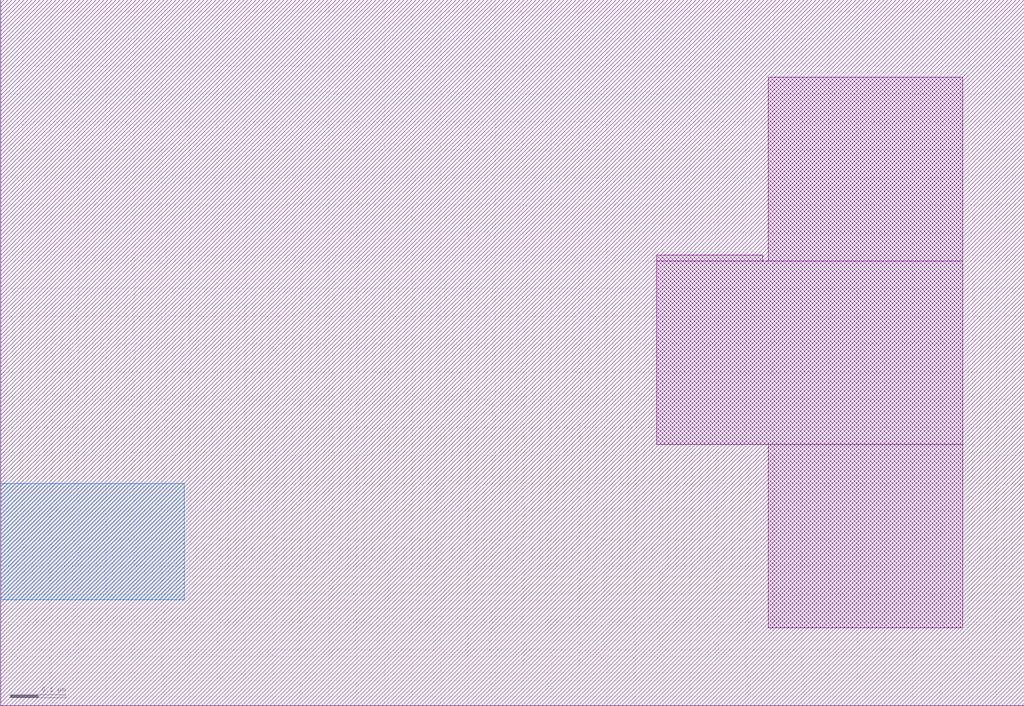
<source format=lef>
VERSION 5.7 ;
  NOWIREEXTENSIONATPIN ON ;
  DIVIDERCHAR "/" ;
  BUSBITCHARS "[]" ;
UNITS
  DATABASE MICRONS 200 ;
END UNITS

LAYER via2
  TYPE CUT ;
END via2

LAYER via
  TYPE CUT ;
END via

LAYER nwell
  TYPE MASTERSLICE ;
END nwell

LAYER via3
  TYPE CUT ;
END via3

LAYER pwell
  TYPE MASTERSLICE ;
END pwell

LAYER via4
  TYPE CUT ;
END via4

LAYER mcon
  TYPE CUT ;
END mcon

LAYER met6
  TYPE ROUTING ;
  WIDTH 0.030000 ;
  SPACING 0.040000 ;
  DIRECTION HORIZONTAL ;
END met6

LAYER met1
  TYPE ROUTING ;
  WIDTH 0.140000 ;
  SPACING 0.140000 ;
  DIRECTION HORIZONTAL ;
END met1

LAYER met3
  TYPE ROUTING ;
  WIDTH 0.300000 ;
  SPACING 0.300000 ;
  DIRECTION HORIZONTAL ;
END met3

LAYER met2
  TYPE ROUTING ;
  WIDTH 0.140000 ;
  SPACING 0.140000 ;
  DIRECTION HORIZONTAL ;
END met2

LAYER met4
  TYPE ROUTING ;
  WIDTH 0.300000 ;
  SPACING 0.300000 ;
  DIRECTION HORIZONTAL ;
END met4

LAYER met5
  TYPE ROUTING ;
  WIDTH 1.600000 ;
  SPACING 1.600000 ;
  DIRECTION HORIZONTAL ;
END met5

LAYER li1
  TYPE ROUTING ;
  WIDTH 0.170000 ;
  SPACING 0.170000 ;
  DIRECTION HORIZONTAL ;
END li1

MACRO sky130_hilas_nmirror03
  CLASS BLOCK ;
  FOREIGN sky130_hilas_nmirror03 ;
  ORIGIN 0.590 0.050 ;
  SIZE 1.840 BY 1.270 ;
  OBS
      LAYER li1 ;
        RECT 0.590 0.750 0.780 0.760 ;
        RECT 0.790 0.750 1.140 1.080 ;
        RECT 0.590 0.420 1.140 0.750 ;
        RECT 0.790 0.090 1.140 0.420 ;
      LAYER met2 ;
        RECT -0.590 0.140 -0.260 0.350 ;
  END
END sky130_hilas_nmirror03
END LIBRARY


</source>
